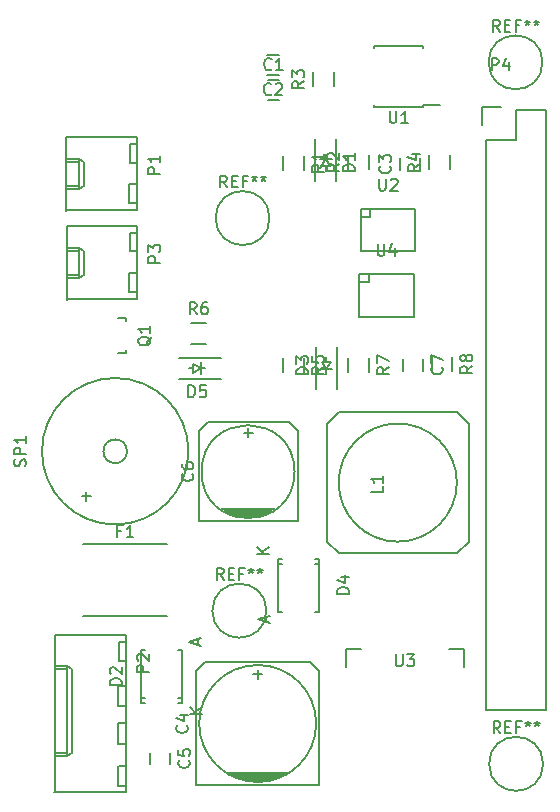
<source format=gbr>
G04 #@! TF.FileFunction,Legend,Top*
%FSLAX46Y46*%
G04 Gerber Fmt 4.6, Leading zero omitted, Abs format (unit mm)*
G04 Created by KiCad (PCBNEW 4.0.2-stable) date 7/5/2016 2:11:45 AM*
%MOMM*%
G01*
G04 APERTURE LIST*
%ADD10C,0.100000*%
%ADD11C,0.150000*%
G04 APERTURE END LIST*
D10*
D11*
X123957080Y-90545920D02*
G75*
G03X123957080Y-90545920I-2286000J0D01*
G01*
X124231400Y-57302400D02*
G75*
G03X124231400Y-57302400I-2286000J0D01*
G01*
X147386040Y-103515160D02*
G75*
G03X147386040Y-103515160I-2286000J0D01*
G01*
X125066680Y-45581200D02*
X124066680Y-45581200D01*
X124066680Y-47281200D02*
X125066680Y-47281200D01*
X124036200Y-45193320D02*
X125036200Y-45193320D01*
X125036200Y-43493320D02*
X124036200Y-43493320D01*
X135288920Y-52245320D02*
X135288920Y-53245320D01*
X136988920Y-53245320D02*
X136988920Y-52245320D01*
X124241560Y-104924860D02*
X122209560Y-104924860D01*
X121828560Y-104797860D02*
X124749560Y-104797860D01*
X125003560Y-104670860D02*
X121447560Y-104670860D01*
X121066560Y-104543860D02*
X125384560Y-104543860D01*
X125638560Y-104416860D02*
X120812560Y-104416860D01*
X120685560Y-104289860D02*
X125765560Y-104289860D01*
X118018560Y-105305860D02*
X128432560Y-105305860D01*
X128432560Y-105305860D02*
X128432560Y-95653860D01*
X128432560Y-95653860D02*
X127670560Y-94891860D01*
X127670560Y-94891860D02*
X118780560Y-94891860D01*
X118780560Y-94891860D02*
X118018560Y-95653860D01*
X118018560Y-95653860D02*
X118018560Y-105305860D01*
X123225560Y-95526860D02*
X123225560Y-96288860D01*
X122844560Y-95907860D02*
X123606560Y-95907860D01*
X128178560Y-100098860D02*
G75*
G03X128178560Y-100098860I-4953000J0D01*
G01*
X115779920Y-103557960D02*
X115779920Y-102557960D01*
X114079920Y-102557960D02*
X114079920Y-103557960D01*
X121391680Y-82590640D02*
X123423680Y-82590640D01*
X123804680Y-82463640D02*
X121010680Y-82463640D01*
X120756680Y-82336640D02*
X124058680Y-82336640D01*
X124312680Y-82209640D02*
X120502680Y-82209640D01*
X124439680Y-82082640D02*
X120375680Y-82082640D01*
X120121680Y-81955640D02*
X124693680Y-81955640D01*
X118216680Y-82971640D02*
X126598680Y-82971640D01*
X126598680Y-82971640D02*
X126598680Y-75351640D01*
X126598680Y-75351640D02*
X125836680Y-74589640D01*
X125836680Y-74589640D02*
X118978680Y-74589640D01*
X118978680Y-74589640D02*
X118216680Y-75351640D01*
X118216680Y-75351640D02*
X118216680Y-82971640D01*
X122407680Y-75097640D02*
X122407680Y-75859640D01*
X122026680Y-75478640D02*
X122788680Y-75478640D01*
X126344680Y-78780640D02*
G75*
G03X126344680Y-78780640I-3937000J0D01*
G01*
X137202280Y-70258560D02*
X137202280Y-69258560D01*
X135502280Y-69258560D02*
X135502280Y-70258560D01*
X128986280Y-52905660D02*
X128986280Y-53286660D01*
X128986280Y-51889660D02*
X128986280Y-52270660D01*
X128986280Y-52270660D02*
X129367280Y-52905660D01*
X129367280Y-52905660D02*
X128605280Y-52905660D01*
X128605280Y-52905660D02*
X128986280Y-52270660D01*
X129494280Y-52270660D02*
X128478280Y-52270660D01*
X128086280Y-50588160D02*
X128086280Y-54128160D01*
X129886280Y-50588160D02*
X129886280Y-54128160D01*
X116817140Y-97902580D02*
X116466620Y-97902580D01*
X113317020Y-97902580D02*
X113667540Y-97902580D01*
X116817140Y-93853000D02*
X116466620Y-93853000D01*
X116817140Y-98353880D02*
X116466620Y-98353880D01*
X113317020Y-98353880D02*
X113667540Y-98353880D01*
X113317020Y-93853000D02*
X113667540Y-93853000D01*
X116817140Y-98353880D02*
X116817140Y-93853000D01*
X113317020Y-98353880D02*
X113317020Y-93853000D01*
X129032000Y-69471540D02*
X129032000Y-69090540D01*
X129032000Y-70487540D02*
X129032000Y-70106540D01*
X129032000Y-70106540D02*
X128651000Y-69471540D01*
X128651000Y-69471540D02*
X129413000Y-69471540D01*
X129413000Y-69471540D02*
X129032000Y-70106540D01*
X128524000Y-70106540D02*
X129540000Y-70106540D01*
X129932000Y-71789040D02*
X129932000Y-68249040D01*
X128132000Y-71789040D02*
X128132000Y-68249040D01*
X124934980Y-86592860D02*
X125285500Y-86592860D01*
X128435100Y-86592860D02*
X128084580Y-86592860D01*
X124934980Y-90642440D02*
X125285500Y-90642440D01*
X124934980Y-86141560D02*
X125285500Y-86141560D01*
X128435100Y-86141560D02*
X128084580Y-86141560D01*
X128435100Y-90642440D02*
X128084580Y-90642440D01*
X124934980Y-86141560D02*
X124934980Y-90642440D01*
X128435100Y-86141560D02*
X128435100Y-90642440D01*
X117787420Y-70012560D02*
X117406420Y-70012560D01*
X118803420Y-70012560D02*
X118422420Y-70012560D01*
X118422420Y-70012560D02*
X117787420Y-70393560D01*
X117787420Y-70393560D02*
X117787420Y-69631560D01*
X117787420Y-69631560D02*
X118422420Y-70012560D01*
X118422420Y-70520560D02*
X118422420Y-69504560D01*
X120104920Y-69112560D02*
X116564920Y-69112560D01*
X120104920Y-70912560D02*
X116564920Y-70912560D01*
X108432600Y-84937600D02*
X115544600Y-84937600D01*
X108432600Y-91033600D02*
X115544600Y-91033600D01*
X140086080Y-79700120D02*
G75*
G03X140086080Y-79700120I-5001260J0D01*
G01*
X129085340Y-79700120D02*
X129085340Y-74698860D01*
X129085340Y-74698860D02*
X130083560Y-73700640D01*
X130083560Y-73700640D02*
X140086080Y-73700640D01*
X140086080Y-73700640D02*
X141084300Y-74698860D01*
X141084300Y-74698860D02*
X141084300Y-84701380D01*
X141084300Y-84701380D02*
X140086080Y-85699600D01*
X140086080Y-85699600D02*
X130083560Y-85699600D01*
X130083560Y-85699600D02*
X129085340Y-84701380D01*
X129085340Y-84701380D02*
X129085340Y-79700120D01*
X113012160Y-50441040D02*
X107012160Y-50441040D01*
X107012160Y-50441040D02*
X107012160Y-56713329D01*
X107012160Y-56637040D02*
X113012160Y-56637040D01*
X113012160Y-56637081D02*
X113012160Y-50441040D01*
X107088360Y-52319040D02*
X108088360Y-52319040D01*
X108088360Y-52319040D02*
X108088360Y-54859040D01*
X108088360Y-54859040D02*
X107088360Y-54859040D01*
X108088360Y-52319040D02*
X108518360Y-52569040D01*
X108518360Y-52569040D02*
X108518360Y-54609040D01*
X108518360Y-54609040D02*
X108088360Y-54859040D01*
X107088360Y-52569040D02*
X108088360Y-52569040D01*
X107088360Y-54609040D02*
X108088360Y-54609040D01*
X113012160Y-51011040D02*
X112392160Y-51011040D01*
X112392160Y-51011040D02*
X112392160Y-52611040D01*
X112392160Y-52611040D02*
X113012160Y-52611040D01*
X112910560Y-54414640D02*
X112290560Y-54414640D01*
X112290560Y-54414640D02*
X112290560Y-56014640D01*
X112290560Y-56014640D02*
X112910560Y-56014640D01*
X113047720Y-57964400D02*
X107047720Y-57964400D01*
X107047720Y-57964400D02*
X107047720Y-64236689D01*
X107047720Y-64160400D02*
X113047720Y-64160400D01*
X113047720Y-64160441D02*
X113047720Y-57964400D01*
X107123920Y-59842400D02*
X108123920Y-59842400D01*
X108123920Y-59842400D02*
X108123920Y-62382400D01*
X108123920Y-62382400D02*
X107123920Y-62382400D01*
X108123920Y-59842400D02*
X108553920Y-60092400D01*
X108553920Y-60092400D02*
X108553920Y-62132400D01*
X108553920Y-62132400D02*
X108123920Y-62382400D01*
X107123920Y-60092400D02*
X108123920Y-60092400D01*
X107123920Y-62132400D02*
X108123920Y-62132400D01*
X113047720Y-58534400D02*
X112427720Y-58534400D01*
X112427720Y-58534400D02*
X112427720Y-60134400D01*
X112427720Y-60134400D02*
X113047720Y-60134400D01*
X112946120Y-61938000D02*
X112326120Y-61938000D01*
X112326120Y-61938000D02*
X112326120Y-63538000D01*
X112326120Y-63538000D02*
X112946120Y-63538000D01*
X147599400Y-98958400D02*
X147599400Y-48158400D01*
X142519400Y-50698400D02*
X142519400Y-98958400D01*
X147599400Y-98958400D02*
X142519400Y-98958400D01*
X147599400Y-48158400D02*
X145059400Y-48158400D01*
X143789400Y-47878400D02*
X142239400Y-47878400D01*
X145059400Y-48158400D02*
X145059400Y-50698400D01*
X145059400Y-50698400D02*
X142519400Y-50698400D01*
X142239400Y-47878400D02*
X142239400Y-49428400D01*
X112069880Y-68548200D02*
X112069880Y-68499940D01*
X111368840Y-65749220D02*
X112069880Y-65749220D01*
X112069880Y-65749220D02*
X112069880Y-65998140D01*
X112069880Y-68548200D02*
X112069880Y-68748860D01*
X112069880Y-68748860D02*
X111368840Y-68748860D01*
X125408720Y-53237680D02*
X125408720Y-52037680D01*
X127158720Y-52037680D02*
X127158720Y-53237680D01*
X132650200Y-51958960D02*
X132650200Y-53158960D01*
X130900200Y-53158960D02*
X130900200Y-51958960D01*
X129678400Y-44962520D02*
X129678400Y-46162520D01*
X127928400Y-46162520D02*
X127928400Y-44962520D01*
X139472640Y-51989440D02*
X139472640Y-53189440D01*
X137722640Y-53189440D02*
X137722640Y-51989440D01*
X125393480Y-70358560D02*
X125393480Y-69158560D01*
X127143480Y-69158560D02*
X127143480Y-70358560D01*
X118816680Y-67961480D02*
X117616680Y-67961480D01*
X117616680Y-66211480D02*
X118816680Y-66211480D01*
X130895120Y-70373800D02*
X130895120Y-69173800D01*
X132645120Y-69173800D02*
X132645120Y-70373800D01*
X137966480Y-70262040D02*
X137966480Y-69062040D01*
X139716480Y-69062040D02*
X139716480Y-70262040D01*
X137228400Y-47883520D02*
X137228400Y-47738520D01*
X133078400Y-47883520D02*
X133078400Y-47738520D01*
X133078400Y-42733520D02*
X133078400Y-42878520D01*
X137228400Y-42733520D02*
X137228400Y-42878520D01*
X137228400Y-47883520D02*
X133078400Y-47883520D01*
X137228400Y-42733520D02*
X133078400Y-42733520D01*
X137228400Y-47738520D02*
X138628400Y-47738520D01*
X132753100Y-56532780D02*
X132753100Y-57233820D01*
X132753100Y-57233820D02*
X131953000Y-57233820D01*
X136555480Y-56532780D02*
X131953000Y-56532780D01*
X131953000Y-56532780D02*
X131953000Y-60134500D01*
X131953000Y-60134500D02*
X136555480Y-60134500D01*
X136555480Y-60134500D02*
X136555480Y-56532780D01*
X130683520Y-93792680D02*
X131933520Y-93792680D01*
X130683520Y-93792680D02*
X130683520Y-95292680D01*
X140683520Y-93792680D02*
X140683520Y-95292680D01*
X140683520Y-93792680D02*
X139433520Y-93792680D01*
X132641340Y-62054740D02*
X132641340Y-62755780D01*
X132641340Y-62755780D02*
X131841240Y-62755780D01*
X136443720Y-62054740D02*
X131841240Y-62054740D01*
X131841240Y-62054740D02*
X131841240Y-65656460D01*
X131841240Y-65656460D02*
X136443720Y-65656460D01*
X136443720Y-65656460D02*
X136443720Y-62054740D01*
X112072200Y-92620280D02*
X106072200Y-92620280D01*
X106072200Y-92620280D02*
X106072200Y-105878564D01*
X105998600Y-105877480D02*
X111998600Y-105877480D01*
X112072200Y-105878063D02*
X112072200Y-92620280D01*
X106072200Y-95209480D02*
X107072200Y-95209480D01*
X107072200Y-95209480D02*
X107072200Y-102829480D01*
X107072200Y-102829480D02*
X106072200Y-102829480D01*
X107072200Y-95209480D02*
X107502200Y-95459480D01*
X107502200Y-95459480D02*
X107502200Y-102579480D01*
X107502200Y-102579480D02*
X107072200Y-102829480D01*
X106072200Y-95459480D02*
X107072200Y-95459480D01*
X106072200Y-102579480D02*
X107072200Y-102579480D01*
X112072200Y-93190280D02*
X111452200Y-93190280D01*
X111452200Y-93190280D02*
X111452200Y-94790280D01*
X111452200Y-94790280D02*
X112072200Y-94790280D01*
X112009000Y-96936680D02*
X111389000Y-96936680D01*
X111389000Y-96987480D02*
X111389000Y-98587480D01*
X111439800Y-98613080D02*
X112059800Y-98613080D01*
X112059800Y-100086280D02*
X111439800Y-100086280D01*
X111439800Y-100111880D02*
X111439800Y-101711880D01*
X111439800Y-101813480D02*
X112059800Y-101813480D01*
X112072200Y-103693080D02*
X111452200Y-103693080D01*
X111389000Y-103718680D02*
X111389000Y-105318680D01*
X111378600Y-105369480D02*
X111998600Y-105369480D01*
X147340320Y-44119800D02*
G75*
G03X147340320Y-44119800I-2286000J0D01*
G01*
X112161320Y-77048360D02*
G75*
G03X112161320Y-77048360I-1000760J0D01*
G01*
X117360700Y-77048360D02*
G75*
G03X117360700Y-77048360I-6200140J0D01*
G01*
X120337747Y-87950301D02*
X120004413Y-87474110D01*
X119766318Y-87950301D02*
X119766318Y-86950301D01*
X120147271Y-86950301D01*
X120242509Y-86997920D01*
X120290128Y-87045539D01*
X120337747Y-87140777D01*
X120337747Y-87283634D01*
X120290128Y-87378872D01*
X120242509Y-87426491D01*
X120147271Y-87474110D01*
X119766318Y-87474110D01*
X120766318Y-87426491D02*
X121099652Y-87426491D01*
X121242509Y-87950301D02*
X120766318Y-87950301D01*
X120766318Y-86950301D01*
X121242509Y-86950301D01*
X122004414Y-87426491D02*
X121671080Y-87426491D01*
X121671080Y-87950301D02*
X121671080Y-86950301D01*
X122147271Y-86950301D01*
X122671080Y-86950301D02*
X122671080Y-87188396D01*
X122432985Y-87093158D02*
X122671080Y-87188396D01*
X122909176Y-87093158D01*
X122528223Y-87378872D02*
X122671080Y-87188396D01*
X122813938Y-87378872D01*
X123432985Y-86950301D02*
X123432985Y-87188396D01*
X123194890Y-87093158D02*
X123432985Y-87188396D01*
X123671081Y-87093158D01*
X123290128Y-87378872D02*
X123432985Y-87188396D01*
X123575843Y-87378872D01*
X120612067Y-54706781D02*
X120278733Y-54230590D01*
X120040638Y-54706781D02*
X120040638Y-53706781D01*
X120421591Y-53706781D01*
X120516829Y-53754400D01*
X120564448Y-53802019D01*
X120612067Y-53897257D01*
X120612067Y-54040114D01*
X120564448Y-54135352D01*
X120516829Y-54182971D01*
X120421591Y-54230590D01*
X120040638Y-54230590D01*
X121040638Y-54182971D02*
X121373972Y-54182971D01*
X121516829Y-54706781D02*
X121040638Y-54706781D01*
X121040638Y-53706781D01*
X121516829Y-53706781D01*
X122278734Y-54182971D02*
X121945400Y-54182971D01*
X121945400Y-54706781D02*
X121945400Y-53706781D01*
X122421591Y-53706781D01*
X122945400Y-53706781D02*
X122945400Y-53944876D01*
X122707305Y-53849638D02*
X122945400Y-53944876D01*
X123183496Y-53849638D01*
X122802543Y-54135352D02*
X122945400Y-53944876D01*
X123088258Y-54135352D01*
X123707305Y-53706781D02*
X123707305Y-53944876D01*
X123469210Y-53849638D02*
X123707305Y-53944876D01*
X123945401Y-53849638D01*
X123564448Y-54135352D02*
X123707305Y-53944876D01*
X123850163Y-54135352D01*
X143766707Y-100919541D02*
X143433373Y-100443350D01*
X143195278Y-100919541D02*
X143195278Y-99919541D01*
X143576231Y-99919541D01*
X143671469Y-99967160D01*
X143719088Y-100014779D01*
X143766707Y-100110017D01*
X143766707Y-100252874D01*
X143719088Y-100348112D01*
X143671469Y-100395731D01*
X143576231Y-100443350D01*
X143195278Y-100443350D01*
X144195278Y-100395731D02*
X144528612Y-100395731D01*
X144671469Y-100919541D02*
X144195278Y-100919541D01*
X144195278Y-99919541D01*
X144671469Y-99919541D01*
X145433374Y-100395731D02*
X145100040Y-100395731D01*
X145100040Y-100919541D02*
X145100040Y-99919541D01*
X145576231Y-99919541D01*
X146100040Y-99919541D02*
X146100040Y-100157636D01*
X145861945Y-100062398D02*
X146100040Y-100157636D01*
X146338136Y-100062398D01*
X145957183Y-100348112D02*
X146100040Y-100157636D01*
X146242898Y-100348112D01*
X146861945Y-99919541D02*
X146861945Y-100157636D01*
X146623850Y-100062398D02*
X146861945Y-100157636D01*
X147100041Y-100062398D01*
X146719088Y-100348112D02*
X146861945Y-100157636D01*
X147004803Y-100348112D01*
X124400014Y-44688343D02*
X124352395Y-44735962D01*
X124209538Y-44783581D01*
X124114300Y-44783581D01*
X123971442Y-44735962D01*
X123876204Y-44640724D01*
X123828585Y-44545486D01*
X123780966Y-44355010D01*
X123780966Y-44212152D01*
X123828585Y-44021676D01*
X123876204Y-43926438D01*
X123971442Y-43831200D01*
X124114300Y-43783581D01*
X124209538Y-43783581D01*
X124352395Y-43831200D01*
X124400014Y-43878819D01*
X125352395Y-44783581D02*
X124780966Y-44783581D01*
X125066680Y-44783581D02*
X125066680Y-43783581D01*
X124971442Y-43926438D01*
X124876204Y-44021676D01*
X124780966Y-44069295D01*
X124369534Y-46800463D02*
X124321915Y-46848082D01*
X124179058Y-46895701D01*
X124083820Y-46895701D01*
X123940962Y-46848082D01*
X123845724Y-46752844D01*
X123798105Y-46657606D01*
X123750486Y-46467130D01*
X123750486Y-46324272D01*
X123798105Y-46133796D01*
X123845724Y-46038558D01*
X123940962Y-45943320D01*
X124083820Y-45895701D01*
X124179058Y-45895701D01*
X124321915Y-45943320D01*
X124369534Y-45990939D01*
X124750486Y-45990939D02*
X124798105Y-45943320D01*
X124893343Y-45895701D01*
X125131439Y-45895701D01*
X125226677Y-45943320D01*
X125274296Y-45990939D01*
X125321915Y-46086177D01*
X125321915Y-46181415D01*
X125274296Y-46324272D01*
X124702867Y-46895701D01*
X125321915Y-46895701D01*
X134396063Y-52911986D02*
X134443682Y-52959605D01*
X134491301Y-53102462D01*
X134491301Y-53197700D01*
X134443682Y-53340558D01*
X134348444Y-53435796D01*
X134253206Y-53483415D01*
X134062730Y-53531034D01*
X133919872Y-53531034D01*
X133729396Y-53483415D01*
X133634158Y-53435796D01*
X133538920Y-53340558D01*
X133491301Y-53197700D01*
X133491301Y-53102462D01*
X133538920Y-52959605D01*
X133586539Y-52911986D01*
X133491301Y-52578653D02*
X133491301Y-51959605D01*
X133872253Y-52292939D01*
X133872253Y-52150081D01*
X133919872Y-52054843D01*
X133967491Y-52007224D01*
X134062730Y-51959605D01*
X134300825Y-51959605D01*
X134396063Y-52007224D01*
X134443682Y-52054843D01*
X134491301Y-52150081D01*
X134491301Y-52435796D01*
X134443682Y-52531034D01*
X134396063Y-52578653D01*
X117232703Y-100265526D02*
X117280322Y-100313145D01*
X117327941Y-100456002D01*
X117327941Y-100551240D01*
X117280322Y-100694098D01*
X117185084Y-100789336D01*
X117089846Y-100836955D01*
X116899370Y-100884574D01*
X116756512Y-100884574D01*
X116566036Y-100836955D01*
X116470798Y-100789336D01*
X116375560Y-100694098D01*
X116327941Y-100551240D01*
X116327941Y-100456002D01*
X116375560Y-100313145D01*
X116423179Y-100265526D01*
X116661274Y-99408383D02*
X117327941Y-99408383D01*
X116280322Y-99646479D02*
X116994608Y-99884574D01*
X116994608Y-99265526D01*
X117387063Y-103224626D02*
X117434682Y-103272245D01*
X117482301Y-103415102D01*
X117482301Y-103510340D01*
X117434682Y-103653198D01*
X117339444Y-103748436D01*
X117244206Y-103796055D01*
X117053730Y-103843674D01*
X116910872Y-103843674D01*
X116720396Y-103796055D01*
X116625158Y-103748436D01*
X116529920Y-103653198D01*
X116482301Y-103510340D01*
X116482301Y-103415102D01*
X116529920Y-103272245D01*
X116577539Y-103224626D01*
X116482301Y-102319864D02*
X116482301Y-102796055D01*
X116958491Y-102843674D01*
X116910872Y-102796055D01*
X116863253Y-102700817D01*
X116863253Y-102462721D01*
X116910872Y-102367483D01*
X116958491Y-102319864D01*
X117053730Y-102272245D01*
X117291825Y-102272245D01*
X117387063Y-102319864D01*
X117434682Y-102367483D01*
X117482301Y-102462721D01*
X117482301Y-102700817D01*
X117434682Y-102796055D01*
X117387063Y-102843674D01*
X117684823Y-78947306D02*
X117732442Y-78994925D01*
X117780061Y-79137782D01*
X117780061Y-79233020D01*
X117732442Y-79375878D01*
X117637204Y-79471116D01*
X117541966Y-79518735D01*
X117351490Y-79566354D01*
X117208632Y-79566354D01*
X117018156Y-79518735D01*
X116922918Y-79471116D01*
X116827680Y-79375878D01*
X116780061Y-79233020D01*
X116780061Y-79137782D01*
X116827680Y-78994925D01*
X116875299Y-78947306D01*
X116780061Y-78090163D02*
X116780061Y-78280640D01*
X116827680Y-78375878D01*
X116875299Y-78423497D01*
X117018156Y-78518735D01*
X117208632Y-78566354D01*
X117589585Y-78566354D01*
X117684823Y-78518735D01*
X117732442Y-78471116D01*
X117780061Y-78375878D01*
X117780061Y-78185401D01*
X117732442Y-78090163D01*
X117684823Y-78042544D01*
X117589585Y-77994925D01*
X117351490Y-77994925D01*
X117256251Y-78042544D01*
X117208632Y-78090163D01*
X117161013Y-78185401D01*
X117161013Y-78375878D01*
X117208632Y-78471116D01*
X117256251Y-78518735D01*
X117351490Y-78566354D01*
X138809423Y-69925226D02*
X138857042Y-69972845D01*
X138904661Y-70115702D01*
X138904661Y-70210940D01*
X138857042Y-70353798D01*
X138761804Y-70449036D01*
X138666566Y-70496655D01*
X138476090Y-70544274D01*
X138333232Y-70544274D01*
X138142756Y-70496655D01*
X138047518Y-70449036D01*
X137952280Y-70353798D01*
X137904661Y-70210940D01*
X137904661Y-70115702D01*
X137952280Y-69972845D01*
X137999899Y-69925226D01*
X137904661Y-69591893D02*
X137904661Y-68925226D01*
X138904661Y-69353798D01*
X131438661Y-53326255D02*
X130438661Y-53326255D01*
X130438661Y-53088160D01*
X130486280Y-52945302D01*
X130581518Y-52850064D01*
X130676756Y-52802445D01*
X130867232Y-52754826D01*
X131010090Y-52754826D01*
X131200566Y-52802445D01*
X131295804Y-52850064D01*
X131391042Y-52945302D01*
X131438661Y-53088160D01*
X131438661Y-53326255D01*
X131438661Y-51802445D02*
X131438661Y-52373874D01*
X131438661Y-52088160D02*
X130438661Y-52088160D01*
X130581518Y-52183398D01*
X130676756Y-52278636D01*
X130724375Y-52373874D01*
X111709461Y-96841535D02*
X110709461Y-96841535D01*
X110709461Y-96603440D01*
X110757080Y-96460582D01*
X110852318Y-96365344D01*
X110947556Y-96317725D01*
X111138032Y-96270106D01*
X111280890Y-96270106D01*
X111471366Y-96317725D01*
X111566604Y-96365344D01*
X111661842Y-96460582D01*
X111709461Y-96603440D01*
X111709461Y-96841535D01*
X110804699Y-95889154D02*
X110757080Y-95841535D01*
X110709461Y-95746297D01*
X110709461Y-95508201D01*
X110757080Y-95412963D01*
X110804699Y-95365344D01*
X110899937Y-95317725D01*
X110995175Y-95317725D01*
X111138032Y-95365344D01*
X111709461Y-95936773D01*
X111709461Y-95317725D01*
X118469461Y-99265345D02*
X117469461Y-99265345D01*
X118469461Y-98693916D02*
X117898032Y-99122488D01*
X117469461Y-98693916D02*
X118040890Y-99265345D01*
X118133747Y-93441535D02*
X118133747Y-92965344D01*
X118419461Y-93536773D02*
X117419461Y-93203440D01*
X118419461Y-92870106D01*
X127484381Y-70527135D02*
X126484381Y-70527135D01*
X126484381Y-70289040D01*
X126532000Y-70146182D01*
X126627238Y-70050944D01*
X126722476Y-70003325D01*
X126912952Y-69955706D01*
X127055810Y-69955706D01*
X127246286Y-70003325D01*
X127341524Y-70050944D01*
X127436762Y-70146182D01*
X127484381Y-70289040D01*
X127484381Y-70527135D01*
X126484381Y-69622373D02*
X126484381Y-69003325D01*
X126865333Y-69336659D01*
X126865333Y-69193801D01*
X126912952Y-69098563D01*
X126960571Y-69050944D01*
X127055810Y-69003325D01*
X127293905Y-69003325D01*
X127389143Y-69050944D01*
X127436762Y-69098563D01*
X127484381Y-69193801D01*
X127484381Y-69479516D01*
X127436762Y-69574754D01*
X127389143Y-69622373D01*
X130947421Y-89130095D02*
X129947421Y-89130095D01*
X129947421Y-88892000D01*
X129995040Y-88749142D01*
X130090278Y-88653904D01*
X130185516Y-88606285D01*
X130375992Y-88558666D01*
X130518850Y-88558666D01*
X130709326Y-88606285D01*
X130804564Y-88653904D01*
X130899802Y-88749142D01*
X130947421Y-88892000D01*
X130947421Y-89130095D01*
X130280754Y-87701523D02*
X130947421Y-87701523D01*
X129899802Y-87939619D02*
X130614088Y-88177714D01*
X130614088Y-87558666D01*
X124187421Y-85753905D02*
X123187421Y-85753905D01*
X124187421Y-85182476D02*
X123615992Y-85611048D01*
X123187421Y-85182476D02*
X123758850Y-85753905D01*
X123951707Y-91530095D02*
X123951707Y-91053904D01*
X124237421Y-91625333D02*
X123237421Y-91292000D01*
X124237421Y-90958666D01*
X117366825Y-72464941D02*
X117366825Y-71464941D01*
X117604920Y-71464941D01*
X117747778Y-71512560D01*
X117843016Y-71607798D01*
X117890635Y-71703036D01*
X117938254Y-71893512D01*
X117938254Y-72036370D01*
X117890635Y-72226846D01*
X117843016Y-72322084D01*
X117747778Y-72417322D01*
X117604920Y-72464941D01*
X117366825Y-72464941D01*
X118843016Y-71464941D02*
X118366825Y-71464941D01*
X118319206Y-71941131D01*
X118366825Y-71893512D01*
X118462063Y-71845893D01*
X118700159Y-71845893D01*
X118795397Y-71893512D01*
X118843016Y-71941131D01*
X118890635Y-72036370D01*
X118890635Y-72274465D01*
X118843016Y-72369703D01*
X118795397Y-72417322D01*
X118700159Y-72464941D01*
X118462063Y-72464941D01*
X118366825Y-72417322D01*
X118319206Y-72369703D01*
X111655267Y-83786671D02*
X111321933Y-83786671D01*
X111321933Y-84310481D02*
X111321933Y-83310481D01*
X111798124Y-83310481D01*
X112702886Y-84310481D02*
X112131457Y-84310481D01*
X112417171Y-84310481D02*
X112417171Y-83310481D01*
X112321933Y-83453338D01*
X112226695Y-83548576D01*
X112131457Y-83596195D01*
X133815081Y-79993786D02*
X133815081Y-80469977D01*
X132815081Y-80469977D01*
X133815081Y-79136643D02*
X133815081Y-79708072D01*
X133815081Y-79422358D02*
X132815081Y-79422358D01*
X132957938Y-79517596D01*
X133053176Y-79612834D01*
X133100795Y-79708072D01*
X114944541Y-53549135D02*
X113944541Y-53549135D01*
X113944541Y-53168182D01*
X113992160Y-53072944D01*
X114039779Y-53025325D01*
X114135017Y-52977706D01*
X114277874Y-52977706D01*
X114373112Y-53025325D01*
X114420731Y-53072944D01*
X114468350Y-53168182D01*
X114468350Y-53549135D01*
X114944541Y-52025325D02*
X114944541Y-52596754D01*
X114944541Y-52311040D02*
X113944541Y-52311040D01*
X114087398Y-52406278D01*
X114182636Y-52501516D01*
X114230255Y-52596754D01*
X114980101Y-61072495D02*
X113980101Y-61072495D01*
X113980101Y-60691542D01*
X114027720Y-60596304D01*
X114075339Y-60548685D01*
X114170577Y-60501066D01*
X114313434Y-60501066D01*
X114408672Y-60548685D01*
X114456291Y-60596304D01*
X114503910Y-60691542D01*
X114503910Y-61072495D01*
X113980101Y-60167733D02*
X113980101Y-59548685D01*
X114361053Y-59882019D01*
X114361053Y-59739161D01*
X114408672Y-59643923D01*
X114456291Y-59596304D01*
X114551530Y-59548685D01*
X114789625Y-59548685D01*
X114884863Y-59596304D01*
X114932482Y-59643923D01*
X114980101Y-59739161D01*
X114980101Y-60024876D01*
X114932482Y-60120114D01*
X114884863Y-60167733D01*
X143051305Y-44780781D02*
X143051305Y-43780781D01*
X143432258Y-43780781D01*
X143527496Y-43828400D01*
X143575115Y-43876019D01*
X143622734Y-43971257D01*
X143622734Y-44114114D01*
X143575115Y-44209352D01*
X143527496Y-44256971D01*
X143432258Y-44304590D01*
X143051305Y-44304590D01*
X144479877Y-44114114D02*
X144479877Y-44780781D01*
X144241781Y-43733162D02*
X144003686Y-44447448D01*
X144622734Y-44447448D01*
X114217259Y-67344278D02*
X114169640Y-67439516D01*
X114074402Y-67534754D01*
X113931545Y-67677611D01*
X113883926Y-67772850D01*
X113883926Y-67868088D01*
X114122021Y-67820469D02*
X114074402Y-67915707D01*
X113979164Y-68010945D01*
X113788688Y-68058564D01*
X113455354Y-68058564D01*
X113264878Y-68010945D01*
X113169640Y-67915707D01*
X113122021Y-67820469D01*
X113122021Y-67629992D01*
X113169640Y-67534754D01*
X113264878Y-67439516D01*
X113455354Y-67391897D01*
X113788688Y-67391897D01*
X113979164Y-67439516D01*
X114074402Y-67534754D01*
X114122021Y-67629992D01*
X114122021Y-67820469D01*
X114122021Y-66439516D02*
X114122021Y-67010945D01*
X114122021Y-66725231D02*
X113122021Y-66725231D01*
X113264878Y-66820469D01*
X113360116Y-66915707D01*
X113407735Y-67010945D01*
X128836101Y-52804346D02*
X128359910Y-53137680D01*
X128836101Y-53375775D02*
X127836101Y-53375775D01*
X127836101Y-52994822D01*
X127883720Y-52899584D01*
X127931339Y-52851965D01*
X128026577Y-52804346D01*
X128169434Y-52804346D01*
X128264672Y-52851965D01*
X128312291Y-52899584D01*
X128359910Y-52994822D01*
X128359910Y-53375775D01*
X128836101Y-51851965D02*
X128836101Y-52423394D01*
X128836101Y-52137680D02*
X127836101Y-52137680D01*
X127978958Y-52232918D01*
X128074196Y-52328156D01*
X128121815Y-52423394D01*
X130127581Y-52725626D02*
X129651390Y-53058960D01*
X130127581Y-53297055D02*
X129127581Y-53297055D01*
X129127581Y-52916102D01*
X129175200Y-52820864D01*
X129222819Y-52773245D01*
X129318057Y-52725626D01*
X129460914Y-52725626D01*
X129556152Y-52773245D01*
X129603771Y-52820864D01*
X129651390Y-52916102D01*
X129651390Y-53297055D01*
X129222819Y-52344674D02*
X129175200Y-52297055D01*
X129127581Y-52201817D01*
X129127581Y-51963721D01*
X129175200Y-51868483D01*
X129222819Y-51820864D01*
X129318057Y-51773245D01*
X129413295Y-51773245D01*
X129556152Y-51820864D01*
X130127581Y-52392293D01*
X130127581Y-51773245D01*
X127155781Y-45729186D02*
X126679590Y-46062520D01*
X127155781Y-46300615D02*
X126155781Y-46300615D01*
X126155781Y-45919662D01*
X126203400Y-45824424D01*
X126251019Y-45776805D01*
X126346257Y-45729186D01*
X126489114Y-45729186D01*
X126584352Y-45776805D01*
X126631971Y-45824424D01*
X126679590Y-45919662D01*
X126679590Y-46300615D01*
X126155781Y-45395853D02*
X126155781Y-44776805D01*
X126536733Y-45110139D01*
X126536733Y-44967281D01*
X126584352Y-44872043D01*
X126631971Y-44824424D01*
X126727210Y-44776805D01*
X126965305Y-44776805D01*
X127060543Y-44824424D01*
X127108162Y-44872043D01*
X127155781Y-44967281D01*
X127155781Y-45252996D01*
X127108162Y-45348234D01*
X127060543Y-45395853D01*
X136950021Y-52756106D02*
X136473830Y-53089440D01*
X136950021Y-53327535D02*
X135950021Y-53327535D01*
X135950021Y-52946582D01*
X135997640Y-52851344D01*
X136045259Y-52803725D01*
X136140497Y-52756106D01*
X136283354Y-52756106D01*
X136378592Y-52803725D01*
X136426211Y-52851344D01*
X136473830Y-52946582D01*
X136473830Y-53327535D01*
X136283354Y-51898963D02*
X136950021Y-51898963D01*
X135902402Y-52137059D02*
X136616688Y-52375154D01*
X136616688Y-51756106D01*
X128820861Y-69925226D02*
X128344670Y-70258560D01*
X128820861Y-70496655D02*
X127820861Y-70496655D01*
X127820861Y-70115702D01*
X127868480Y-70020464D01*
X127916099Y-69972845D01*
X128011337Y-69925226D01*
X128154194Y-69925226D01*
X128249432Y-69972845D01*
X128297051Y-70020464D01*
X128344670Y-70115702D01*
X128344670Y-70496655D01*
X127820861Y-69020464D02*
X127820861Y-69496655D01*
X128297051Y-69544274D01*
X128249432Y-69496655D01*
X128201813Y-69401417D01*
X128201813Y-69163321D01*
X128249432Y-69068083D01*
X128297051Y-69020464D01*
X128392290Y-68972845D01*
X128630385Y-68972845D01*
X128725623Y-69020464D01*
X128773242Y-69068083D01*
X128820861Y-69163321D01*
X128820861Y-69401417D01*
X128773242Y-69496655D01*
X128725623Y-69544274D01*
X118050014Y-65438861D02*
X117716680Y-64962670D01*
X117478585Y-65438861D02*
X117478585Y-64438861D01*
X117859538Y-64438861D01*
X117954776Y-64486480D01*
X118002395Y-64534099D01*
X118050014Y-64629337D01*
X118050014Y-64772194D01*
X118002395Y-64867432D01*
X117954776Y-64915051D01*
X117859538Y-64962670D01*
X117478585Y-64962670D01*
X118907157Y-64438861D02*
X118716680Y-64438861D01*
X118621442Y-64486480D01*
X118573823Y-64534099D01*
X118478585Y-64676956D01*
X118430966Y-64867432D01*
X118430966Y-65248385D01*
X118478585Y-65343623D01*
X118526204Y-65391242D01*
X118621442Y-65438861D01*
X118811919Y-65438861D01*
X118907157Y-65391242D01*
X118954776Y-65343623D01*
X119002395Y-65248385D01*
X119002395Y-65010290D01*
X118954776Y-64915051D01*
X118907157Y-64867432D01*
X118811919Y-64819813D01*
X118621442Y-64819813D01*
X118526204Y-64867432D01*
X118478585Y-64915051D01*
X118430966Y-65010290D01*
X134322501Y-69940466D02*
X133846310Y-70273800D01*
X134322501Y-70511895D02*
X133322501Y-70511895D01*
X133322501Y-70130942D01*
X133370120Y-70035704D01*
X133417739Y-69988085D01*
X133512977Y-69940466D01*
X133655834Y-69940466D01*
X133751072Y-69988085D01*
X133798691Y-70035704D01*
X133846310Y-70130942D01*
X133846310Y-70511895D01*
X133322501Y-69607133D02*
X133322501Y-68940466D01*
X134322501Y-69369038D01*
X141393861Y-69828706D02*
X140917670Y-70162040D01*
X141393861Y-70400135D02*
X140393861Y-70400135D01*
X140393861Y-70019182D01*
X140441480Y-69923944D01*
X140489099Y-69876325D01*
X140584337Y-69828706D01*
X140727194Y-69828706D01*
X140822432Y-69876325D01*
X140870051Y-69923944D01*
X140917670Y-70019182D01*
X140917670Y-70400135D01*
X140822432Y-69257278D02*
X140774813Y-69352516D01*
X140727194Y-69400135D01*
X140631956Y-69447754D01*
X140584337Y-69447754D01*
X140489099Y-69400135D01*
X140441480Y-69352516D01*
X140393861Y-69257278D01*
X140393861Y-69066801D01*
X140441480Y-68971563D01*
X140489099Y-68923944D01*
X140584337Y-68876325D01*
X140631956Y-68876325D01*
X140727194Y-68923944D01*
X140774813Y-68971563D01*
X140822432Y-69066801D01*
X140822432Y-69257278D01*
X140870051Y-69352516D01*
X140917670Y-69400135D01*
X141012909Y-69447754D01*
X141203385Y-69447754D01*
X141298623Y-69400135D01*
X141346242Y-69352516D01*
X141393861Y-69257278D01*
X141393861Y-69066801D01*
X141346242Y-68971563D01*
X141298623Y-68923944D01*
X141203385Y-68876325D01*
X141012909Y-68876325D01*
X140917670Y-68923944D01*
X140870051Y-68971563D01*
X140822432Y-69066801D01*
X134391495Y-48260901D02*
X134391495Y-49070425D01*
X134439114Y-49165663D01*
X134486733Y-49213282D01*
X134581971Y-49260901D01*
X134772448Y-49260901D01*
X134867686Y-49213282D01*
X134915305Y-49165663D01*
X134962924Y-49070425D01*
X134962924Y-48260901D01*
X135962924Y-49260901D02*
X135391495Y-49260901D01*
X135677209Y-49260901D02*
X135677209Y-48260901D01*
X135581971Y-48403758D01*
X135486733Y-48498996D01*
X135391495Y-48546615D01*
X133492335Y-53976021D02*
X133492335Y-54785545D01*
X133539954Y-54880783D01*
X133587573Y-54928402D01*
X133682811Y-54976021D01*
X133873288Y-54976021D01*
X133968526Y-54928402D01*
X134016145Y-54880783D01*
X134063764Y-54785545D01*
X134063764Y-53976021D01*
X134492335Y-54071259D02*
X134539954Y-54023640D01*
X134635192Y-53976021D01*
X134873288Y-53976021D01*
X134968526Y-54023640D01*
X135016145Y-54071259D01*
X135063764Y-54166497D01*
X135063764Y-54261735D01*
X135016145Y-54404592D01*
X134444716Y-54976021D01*
X135063764Y-54976021D01*
X134921615Y-94245061D02*
X134921615Y-95054585D01*
X134969234Y-95149823D01*
X135016853Y-95197442D01*
X135112091Y-95245061D01*
X135302568Y-95245061D01*
X135397806Y-95197442D01*
X135445425Y-95149823D01*
X135493044Y-95054585D01*
X135493044Y-94245061D01*
X135873996Y-94245061D02*
X136493044Y-94245061D01*
X136159710Y-94626013D01*
X136302568Y-94626013D01*
X136397806Y-94673632D01*
X136445425Y-94721251D01*
X136493044Y-94816490D01*
X136493044Y-95054585D01*
X136445425Y-95149823D01*
X136397806Y-95197442D01*
X136302568Y-95245061D01*
X136016853Y-95245061D01*
X135921615Y-95197442D01*
X135873996Y-95149823D01*
X133380575Y-59497981D02*
X133380575Y-60307505D01*
X133428194Y-60402743D01*
X133475813Y-60450362D01*
X133571051Y-60497981D01*
X133761528Y-60497981D01*
X133856766Y-60450362D01*
X133904385Y-60402743D01*
X133952004Y-60307505D01*
X133952004Y-59497981D01*
X134856766Y-59831314D02*
X134856766Y-60497981D01*
X134618670Y-59450362D02*
X134380575Y-60164648D01*
X134999623Y-60164648D01*
X114004581Y-95728375D02*
X113004581Y-95728375D01*
X113004581Y-95347422D01*
X113052200Y-95252184D01*
X113099819Y-95204565D01*
X113195057Y-95156946D01*
X113337914Y-95156946D01*
X113433152Y-95204565D01*
X113480771Y-95252184D01*
X113528390Y-95347422D01*
X113528390Y-95728375D01*
X113099819Y-94775994D02*
X113052200Y-94728375D01*
X113004581Y-94633137D01*
X113004581Y-94395041D01*
X113052200Y-94299803D01*
X113099819Y-94252184D01*
X113195057Y-94204565D01*
X113290295Y-94204565D01*
X113433152Y-94252184D01*
X114004581Y-94823613D01*
X114004581Y-94204565D01*
X143720987Y-41524181D02*
X143387653Y-41047990D01*
X143149558Y-41524181D02*
X143149558Y-40524181D01*
X143530511Y-40524181D01*
X143625749Y-40571800D01*
X143673368Y-40619419D01*
X143720987Y-40714657D01*
X143720987Y-40857514D01*
X143673368Y-40952752D01*
X143625749Y-41000371D01*
X143530511Y-41047990D01*
X143149558Y-41047990D01*
X144149558Y-41000371D02*
X144482892Y-41000371D01*
X144625749Y-41524181D02*
X144149558Y-41524181D01*
X144149558Y-40524181D01*
X144625749Y-40524181D01*
X145387654Y-41000371D02*
X145054320Y-41000371D01*
X145054320Y-41524181D02*
X145054320Y-40524181D01*
X145530511Y-40524181D01*
X146054320Y-40524181D02*
X146054320Y-40762276D01*
X145816225Y-40667038D02*
X146054320Y-40762276D01*
X146292416Y-40667038D01*
X145911463Y-40952752D02*
X146054320Y-40762276D01*
X146197178Y-40952752D01*
X146816225Y-40524181D02*
X146816225Y-40762276D01*
X146578130Y-40667038D02*
X146816225Y-40762276D01*
X147054321Y-40667038D01*
X146673368Y-40952752D02*
X146816225Y-40762276D01*
X146959083Y-40952752D01*
X103564322Y-78310265D02*
X103611941Y-78167408D01*
X103611941Y-77929312D01*
X103564322Y-77834074D01*
X103516703Y-77786455D01*
X103421465Y-77738836D01*
X103326227Y-77738836D01*
X103230989Y-77786455D01*
X103183370Y-77834074D01*
X103135750Y-77929312D01*
X103088131Y-78119789D01*
X103040512Y-78215027D01*
X102992893Y-78262646D01*
X102897655Y-78310265D01*
X102802417Y-78310265D01*
X102707179Y-78262646D01*
X102659560Y-78215027D01*
X102611941Y-78119789D01*
X102611941Y-77881693D01*
X102659560Y-77738836D01*
X103611941Y-77310265D02*
X102611941Y-77310265D01*
X102611941Y-76929312D01*
X102659560Y-76834074D01*
X102707179Y-76786455D01*
X102802417Y-76738836D01*
X102945274Y-76738836D01*
X103040512Y-76786455D01*
X103088131Y-76834074D01*
X103135750Y-76929312D01*
X103135750Y-77310265D01*
X103611941Y-75786455D02*
X103611941Y-76357884D01*
X103611941Y-76072170D02*
X102611941Y-76072170D01*
X102754798Y-76167408D01*
X102850036Y-76262646D01*
X102897655Y-76357884D01*
X108691989Y-81239312D02*
X108691989Y-80477407D01*
X109072941Y-80858359D02*
X108311036Y-80858359D01*
M02*

</source>
